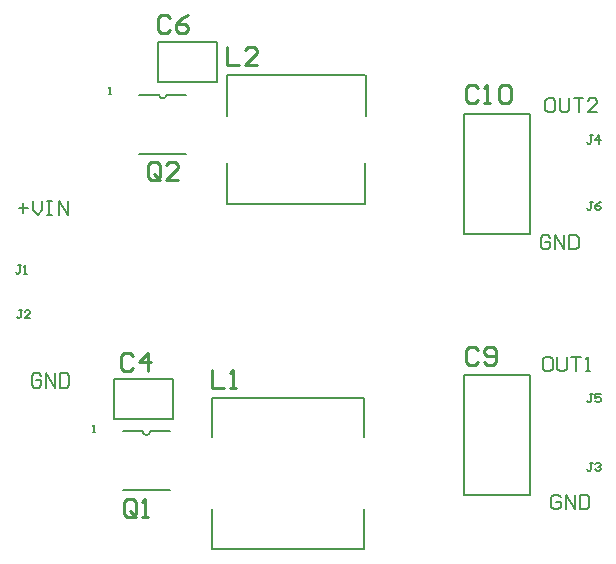
<source format=gto>
G04*
G04 #@! TF.GenerationSoftware,Altium Limited,Altium Designer,20.0.13 (296)*
G04*
G04 Layer_Color=65535*
%FSLAX44Y44*%
%MOMM*%
G71*
G01*
G75*
%ADD10C,0.2000*%
%ADD11C,0.1500*%
%ADD12C,0.2540*%
D10*
X109825Y145000D02*
G03*
X116175Y145000I3175J0D01*
G01*
X123825Y430000D02*
G03*
X130175Y430000I3175J0D01*
G01*
X382000Y91000D02*
X438000D01*
X382000D02*
Y193000D01*
X438000D01*
Y91000D02*
Y193000D01*
X168500Y45000D02*
Y79000D01*
Y139766D02*
Y173000D01*
X297500Y139766D02*
Y173000D01*
Y45000D02*
Y79000D01*
X168500Y45000D02*
X297500D01*
X168500Y173000D02*
X297500D01*
X123000Y475000D02*
X173000D01*
X123000Y441000D02*
Y475000D01*
Y441000D02*
X173000D01*
Y475000D01*
X86000Y155000D02*
X136000D01*
Y189000D01*
X86000D02*
X136000D01*
X86000Y155000D02*
Y189000D01*
X93000Y95000D02*
X133000D01*
X116175Y145000D02*
X133000D01*
X93000D02*
X109825D01*
X107000Y380000D02*
X147000D01*
X130175Y430000D02*
X147000D01*
X107000D02*
X123825D01*
X382000Y414000D02*
X438000D01*
Y312000D02*
Y414000D01*
X382000Y312000D02*
X438000D01*
X382000D02*
Y414000D01*
X299000Y412000D02*
Y447000D01*
X298500Y337000D02*
Y372000D01*
X181500Y447000D02*
X298500D01*
X181000Y412000D02*
Y447000D01*
X181500Y337000D02*
Y372000D01*
Y337000D02*
X298500D01*
X456998Y426996D02*
X452999D01*
X451000Y424997D01*
Y416999D01*
X452999Y415000D01*
X456998D01*
X458997Y416999D01*
Y424997D01*
X456998Y426996D01*
X462996D02*
Y416999D01*
X464995Y415000D01*
X468994D01*
X470993Y416999D01*
Y426996D01*
X474992D02*
X482990D01*
X478991D01*
Y415000D01*
X494986D02*
X486988D01*
X494986Y422997D01*
Y424997D01*
X492986Y426996D01*
X488988D01*
X486988Y424997D01*
X454998Y207996D02*
X450999D01*
X449000Y205997D01*
Y197999D01*
X450999Y196000D01*
X454998D01*
X456997Y197999D01*
Y205997D01*
X454998Y207996D01*
X460996D02*
Y197999D01*
X462995Y196000D01*
X466994D01*
X468993Y197999D01*
Y207996D01*
X472992D02*
X480990D01*
X476991D01*
Y196000D01*
X484988D02*
X488987D01*
X486988D01*
Y207996D01*
X484988Y205997D01*
X454997Y308997D02*
X452998Y310996D01*
X448999D01*
X447000Y308997D01*
Y300999D01*
X448999Y299000D01*
X452998D01*
X454997Y300999D01*
Y304998D01*
X450999D01*
X458996Y299000D02*
Y310996D01*
X466993Y299000D01*
Y310996D01*
X470992D02*
Y299000D01*
X476990D01*
X478990Y300999D01*
Y308997D01*
X476990Y310996D01*
X470992D01*
X463997Y88997D02*
X461998Y90996D01*
X457999D01*
X456000Y88997D01*
Y80999D01*
X457999Y79000D01*
X461998D01*
X463997Y80999D01*
Y84998D01*
X459999D01*
X467996Y79000D02*
Y90996D01*
X475993Y79000D01*
Y90996D01*
X479992D02*
Y79000D01*
X485990D01*
X487990Y80999D01*
Y88997D01*
X485990Y90996D01*
X479992D01*
X23997Y191997D02*
X21998Y193996D01*
X17999D01*
X16000Y191997D01*
Y183999D01*
X17999Y182000D01*
X21998D01*
X23997Y183999D01*
Y187998D01*
X19999D01*
X27996Y182000D02*
Y193996D01*
X35993Y182000D01*
Y193996D01*
X39992D02*
Y182000D01*
X45990D01*
X47990Y183999D01*
Y191997D01*
X45990Y193996D01*
X39992D01*
X5000Y333998D02*
X12997D01*
X8999Y337997D02*
Y329999D01*
X16996Y339996D02*
Y331999D01*
X20995Y328000D01*
X24994Y331999D01*
Y339996D01*
X28992D02*
X32991D01*
X30992D01*
Y328000D01*
X28992D01*
X32991D01*
X38989D02*
Y339996D01*
X46986Y328000D01*
Y339996D01*
D11*
X67500Y144500D02*
X69499D01*
X68500D01*
Y150498D01*
X67500Y149498D01*
X81500Y430500D02*
X83499D01*
X82500D01*
Y436498D01*
X81500Y435498D01*
X490834Y339499D02*
X488501D01*
X489667D01*
Y333667D01*
X488501Y332501D01*
X487335D01*
X486169Y333667D01*
X497831Y339499D02*
X495499Y338333D01*
X493166Y336000D01*
Y333667D01*
X494333Y332501D01*
X496665D01*
X497831Y333667D01*
Y334834D01*
X496665Y336000D01*
X493166D01*
X490834Y176499D02*
X488501D01*
X489667D01*
Y170667D01*
X488501Y169501D01*
X487335D01*
X486169Y170667D01*
X497831Y176499D02*
X493166D01*
Y173000D01*
X495499Y174166D01*
X496665D01*
X497831Y173000D01*
Y170667D01*
X496665Y169501D01*
X494333D01*
X493166Y170667D01*
X490834Y395499D02*
X488501D01*
X489667D01*
Y389667D01*
X488501Y388501D01*
X487335D01*
X486169Y389667D01*
X496665Y388501D02*
Y395499D01*
X493166Y392000D01*
X497831D01*
X490834Y118499D02*
X488501D01*
X489667D01*
Y112667D01*
X488501Y111501D01*
X487335D01*
X486169Y112667D01*
X493166Y117333D02*
X494333Y118499D01*
X496665D01*
X497831Y117333D01*
Y116166D01*
X496665Y115000D01*
X495499D01*
X496665D01*
X497831Y113834D01*
Y112667D01*
X496665Y111501D01*
X494333D01*
X493166Y112667D01*
X7834Y247499D02*
X5501D01*
X6667D01*
Y241667D01*
X5501Y240501D01*
X4335D01*
X3169Y241667D01*
X14832Y240501D02*
X10166D01*
X14832Y245166D01*
Y246333D01*
X13665Y247499D01*
X11333D01*
X10166Y246333D01*
X7000Y285499D02*
X4667D01*
X5834D01*
Y279667D01*
X4667Y278501D01*
X3501D01*
X2335Y279667D01*
X9333Y278501D02*
X11665D01*
X10499D01*
Y285499D01*
X9333Y284333D01*
D12*
X393779Y214200D02*
X391240Y216739D01*
X386161D01*
X383622Y214200D01*
Y204043D01*
X386161Y201504D01*
X391240D01*
X393779Y204043D01*
X398857D02*
X401396Y201504D01*
X406475D01*
X409014Y204043D01*
Y214200D01*
X406475Y216739D01*
X401396D01*
X398857Y214200D01*
Y211661D01*
X401396Y209121D01*
X409014D01*
X393779Y435434D02*
X391240Y437973D01*
X386161D01*
X383622Y435434D01*
Y425277D01*
X386161Y422738D01*
X391240D01*
X393779Y425277D01*
X398857Y422738D02*
X403935D01*
X401396D01*
Y437973D01*
X398857Y435434D01*
X411553D02*
X414092Y437973D01*
X419170D01*
X421710Y435434D01*
Y425277D01*
X419170Y422738D01*
X414092D01*
X411553Y425277D01*
Y435434D01*
X124461Y359922D02*
Y370078D01*
X121922Y372617D01*
X116843D01*
X114304Y370078D01*
Y359922D01*
X116843Y357383D01*
X121922D01*
X119382Y362461D02*
X124461Y357383D01*
X121922D02*
X124461Y359922D01*
X139696Y357383D02*
X129539D01*
X139696Y367539D01*
Y370078D01*
X137157Y372617D01*
X132078D01*
X129539Y370078D01*
X104000Y74922D02*
Y85078D01*
X101461Y87618D01*
X96383D01*
X93843Y85078D01*
Y74922D01*
X96383Y72382D01*
X101461D01*
X98922Y77461D02*
X104000Y72382D01*
X101461D02*
X104000Y74922D01*
X109078Y72382D02*
X114157D01*
X111618D01*
Y87618D01*
X109078Y85078D01*
X181184Y470739D02*
Y455504D01*
X191341D01*
X206576D02*
X196419D01*
X206576Y465661D01*
Y468200D01*
X204037Y470739D01*
X198958D01*
X196419Y468200D01*
X168843Y196618D02*
Y181383D01*
X179000D01*
X184078D02*
X189157D01*
X186618D01*
Y196618D01*
X184078Y194078D01*
X133461Y495078D02*
X130922Y497617D01*
X125843D01*
X123304Y495078D01*
Y484922D01*
X125843Y482383D01*
X130922D01*
X133461Y484922D01*
X148696Y497617D02*
X143617Y495078D01*
X138539Y490000D01*
Y484922D01*
X141078Y482383D01*
X146157D01*
X148696Y484922D01*
Y487461D01*
X146157Y490000D01*
X138539D01*
X101461Y209078D02*
X98922Y211618D01*
X93843D01*
X91304Y209078D01*
Y198922D01*
X93843Y196383D01*
X98922D01*
X101461Y198922D01*
X114157Y196383D02*
Y211618D01*
X106539Y204000D01*
X116696D01*
M02*

</source>
